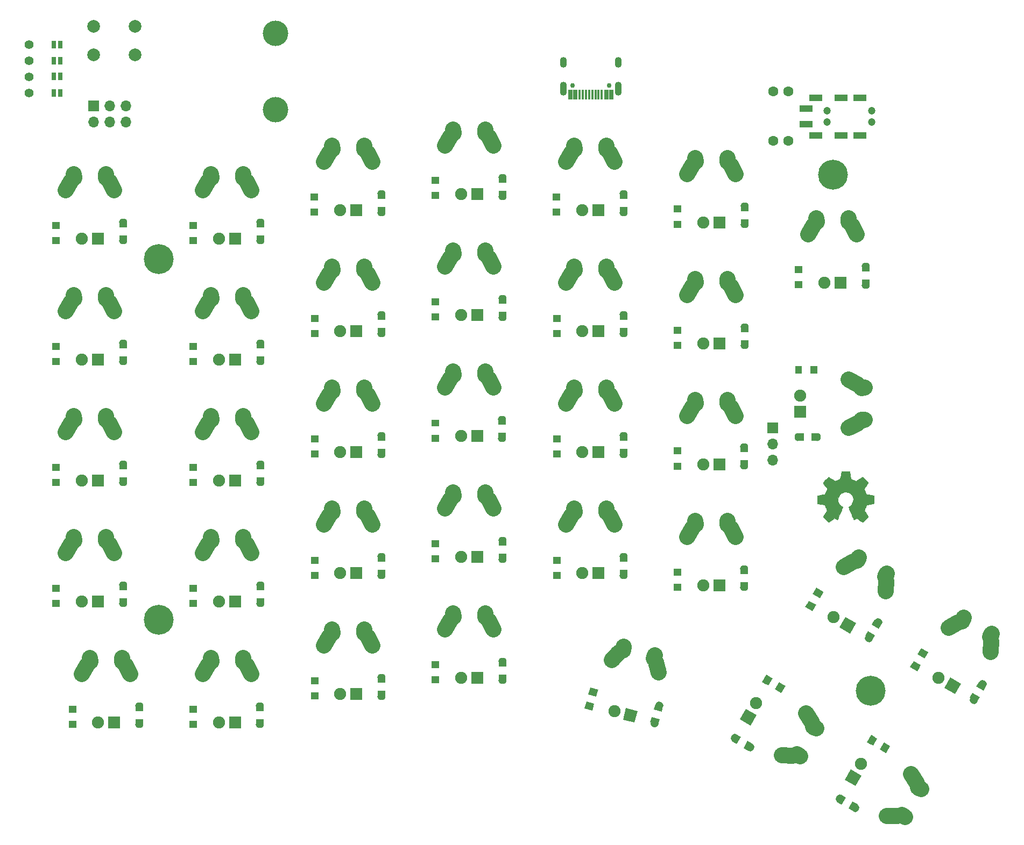
<source format=gts>
G04 #@! TF.GenerationSoftware,KiCad,Pcbnew,(5.1.5)-3*
G04 #@! TF.CreationDate,2020-05-15T01:17:07+04:00*
G04 #@! TF.ProjectId,redox_rev2_ng-THT,7265646f-785f-4726-9576-325f6e672d54,2.0 NG*
G04 #@! TF.SameCoordinates,Original*
G04 #@! TF.FileFunction,Soldermask,Top*
G04 #@! TF.FilePolarity,Negative*
%FSLAX46Y46*%
G04 Gerber Fmt 4.6, Leading zero omitted, Abs format (unit mm)*
G04 Created by KiCad (PCBNEW (5.1.5)-3) date 2020-05-15 01:17:07*
%MOMM*%
%LPD*%
G04 APERTURE LIST*
%ADD10C,0.010000*%
%ADD11C,2.000000*%
%ADD12C,1.905000*%
%ADD13C,0.100000*%
%ADD14C,2.500000*%
%ADD15R,1.905000X1.905000*%
%ADD16C,1.397000*%
%ADD17C,0.750000*%
%ADD18O,1.100000X2.200000*%
%ADD19O,1.100000X1.700000*%
%ADD20R,0.700000X1.550000*%
%ADD21R,0.400000X1.550000*%
%ADD22O,1.300000X1.100000*%
%ADD23R,1.300000X0.900000*%
%ADD24C,1.100000*%
%ADD25O,1.100000X1.300000*%
%ADD26R,0.900000X1.300000*%
%ADD27R,1.300000X0.700000*%
%ADD28R,1.300000X1.100000*%
%ADD29R,0.700000X1.300000*%
%ADD30R,1.100000X1.300000*%
%ADD31R,0.635000X1.143000*%
%ADD32C,1.600000*%
%ADD33O,1.700000X1.700000*%
%ADD34R,1.700000X1.700000*%
%ADD35C,4.000000*%
%ADD36C,4.700400*%
%ADD37C,1.200000*%
%ADD38R,2.100000X1.000000*%
G04 APERTURE END LIST*
D10*
G36*
X211046536Y-109050427D02*
G01*
X211159118Y-109647618D01*
X211574531Y-109818865D01*
X211989945Y-109990112D01*
X212488302Y-109651233D01*
X212627869Y-109556877D01*
X212754029Y-109472630D01*
X212860896Y-109402338D01*
X212942583Y-109349847D01*
X212993202Y-109319004D01*
X213006987Y-109312353D01*
X213031821Y-109329458D01*
X213084889Y-109376744D01*
X213160241Y-109448172D01*
X213251930Y-109537700D01*
X213354008Y-109639289D01*
X213460527Y-109746898D01*
X213565537Y-109854487D01*
X213663092Y-109956015D01*
X213747243Y-110045441D01*
X213812041Y-110116726D01*
X213851538Y-110163828D01*
X213860981Y-110179592D01*
X213847392Y-110208653D01*
X213809294Y-110272321D01*
X213750694Y-110364367D01*
X213675598Y-110478564D01*
X213588009Y-110608684D01*
X213537255Y-110682901D01*
X213444746Y-110818422D01*
X213362541Y-110940716D01*
X213294631Y-111043695D01*
X213245001Y-111121273D01*
X213217641Y-111167361D01*
X213213530Y-111177047D01*
X213222850Y-111204574D01*
X213248255Y-111268728D01*
X213285912Y-111360490D01*
X213331987Y-111470839D01*
X213382647Y-111590755D01*
X213434060Y-111711219D01*
X213482390Y-111823209D01*
X213523807Y-111917707D01*
X213554475Y-111985692D01*
X213570562Y-112018143D01*
X213571512Y-112019420D01*
X213596773Y-112025617D01*
X213664046Y-112039440D01*
X213766361Y-112059532D01*
X213896742Y-112084534D01*
X214048217Y-112113086D01*
X214136594Y-112129551D01*
X214298453Y-112160369D01*
X214444650Y-112189694D01*
X214567788Y-112215921D01*
X214660470Y-112237446D01*
X214715302Y-112252665D01*
X214726324Y-112257493D01*
X214737119Y-112290174D01*
X214745830Y-112363985D01*
X214752461Y-112470292D01*
X214757019Y-112600467D01*
X214759510Y-112745876D01*
X214759939Y-112897890D01*
X214758312Y-113047877D01*
X214754636Y-113187206D01*
X214748916Y-113307245D01*
X214741158Y-113399365D01*
X214731369Y-113454932D01*
X214725497Y-113466500D01*
X214690400Y-113480365D01*
X214616029Y-113500188D01*
X214512224Y-113523639D01*
X214388820Y-113548391D01*
X214345742Y-113556398D01*
X214138048Y-113594441D01*
X213973985Y-113625079D01*
X213848131Y-113649529D01*
X213755066Y-113669009D01*
X213689368Y-113684736D01*
X213645618Y-113697928D01*
X213618393Y-113709804D01*
X213602273Y-113721580D01*
X213600018Y-113723908D01*
X213577504Y-113761400D01*
X213543159Y-113834365D01*
X213500412Y-113933867D01*
X213452693Y-114050973D01*
X213403431Y-114176748D01*
X213356056Y-114302257D01*
X213313996Y-114418565D01*
X213280681Y-114516739D01*
X213259542Y-114587843D01*
X213254006Y-114622942D01*
X213254467Y-114624172D01*
X213273224Y-114652861D01*
X213315777Y-114715985D01*
X213377654Y-114806973D01*
X213454383Y-114919255D01*
X213541492Y-115046260D01*
X213566299Y-115082353D01*
X213654753Y-115213203D01*
X213732589Y-115332591D01*
X213795567Y-115433662D01*
X213839446Y-115509559D01*
X213859986Y-115553427D01*
X213860981Y-115558817D01*
X213843723Y-115587144D01*
X213796036Y-115643261D01*
X213724051Y-115721137D01*
X213633898Y-115814740D01*
X213531706Y-115918041D01*
X213423606Y-116025006D01*
X213315729Y-116129606D01*
X213214205Y-116225809D01*
X213125163Y-116307584D01*
X213054734Y-116368900D01*
X213009048Y-116403726D01*
X212996410Y-116409412D01*
X212966992Y-116396020D01*
X212906762Y-116359899D01*
X212825530Y-116307136D01*
X212763031Y-116264667D01*
X212649786Y-116186740D01*
X212515675Y-116094984D01*
X212381156Y-116003375D01*
X212308834Y-115954346D01*
X212064039Y-115788770D01*
X211858551Y-115899875D01*
X211764937Y-115948548D01*
X211685331Y-115986381D01*
X211631468Y-116007958D01*
X211617758Y-116010961D01*
X211601271Y-115988793D01*
X211568746Y-115926149D01*
X211522609Y-115828809D01*
X211465291Y-115702549D01*
X211399217Y-115553150D01*
X211326816Y-115386388D01*
X211250517Y-115208042D01*
X211172747Y-115023891D01*
X211095935Y-114839712D01*
X211022507Y-114661285D01*
X210954893Y-114494387D01*
X210895521Y-114344797D01*
X210846817Y-114218293D01*
X210811211Y-114120654D01*
X210791131Y-114057657D01*
X210787901Y-114036021D01*
X210813497Y-114008424D01*
X210869539Y-113963625D01*
X210944312Y-113910934D01*
X210950588Y-113906765D01*
X211143846Y-113752069D01*
X211299675Y-113571591D01*
X211416725Y-113371102D01*
X211493646Y-113156374D01*
X211529087Y-112933177D01*
X211521698Y-112707281D01*
X211470128Y-112484459D01*
X211373027Y-112270479D01*
X211344459Y-112223664D01*
X211195869Y-112034618D01*
X211020328Y-111882812D01*
X210823911Y-111769034D01*
X210612694Y-111694075D01*
X210392754Y-111658722D01*
X210170164Y-111663767D01*
X209951002Y-111709999D01*
X209741343Y-111798206D01*
X209547262Y-111929179D01*
X209487227Y-111982337D01*
X209334436Y-112148739D01*
X209223098Y-112323912D01*
X209146724Y-112520266D01*
X209104188Y-112714717D01*
X209093687Y-112933342D01*
X209128701Y-113153052D01*
X209205674Y-113366420D01*
X209321048Y-113566022D01*
X209471266Y-113744429D01*
X209652774Y-113894217D01*
X209676628Y-113910006D01*
X209752202Y-113961712D01*
X209809652Y-114006512D01*
X209837118Y-114035117D01*
X209837518Y-114036021D01*
X209831621Y-114066964D01*
X209808246Y-114137191D01*
X209769822Y-114240925D01*
X209718778Y-114372390D01*
X209657543Y-114525807D01*
X209588545Y-114695401D01*
X209514214Y-114875393D01*
X209436979Y-115060008D01*
X209359269Y-115243468D01*
X209283512Y-115419996D01*
X209212138Y-115583814D01*
X209147575Y-115729147D01*
X209092253Y-115850217D01*
X209048601Y-115941247D01*
X209019047Y-115996460D01*
X209007145Y-116010961D01*
X208970778Y-115999669D01*
X208902731Y-115969385D01*
X208814737Y-115925520D01*
X208766351Y-115899875D01*
X208560864Y-115788770D01*
X208316069Y-115954346D01*
X208191107Y-116039170D01*
X208054296Y-116132516D01*
X207926089Y-116220408D01*
X207861872Y-116264667D01*
X207771552Y-116325318D01*
X207695072Y-116373381D01*
X207642408Y-116402770D01*
X207625303Y-116408982D01*
X207600406Y-116392223D01*
X207545306Y-116345436D01*
X207465344Y-116273480D01*
X207365861Y-116181212D01*
X207252201Y-116073490D01*
X207180316Y-116004326D01*
X207054552Y-115880757D01*
X206945864Y-115770234D01*
X206858646Y-115677485D01*
X206797290Y-115607237D01*
X206766192Y-115564220D01*
X206763209Y-115555490D01*
X206777054Y-115522284D01*
X206815313Y-115455142D01*
X206873742Y-115360863D01*
X206948098Y-115246245D01*
X207034136Y-115118083D01*
X207058603Y-115082353D01*
X207147755Y-114952489D01*
X207227739Y-114835569D01*
X207294081Y-114738162D01*
X207342312Y-114666839D01*
X207367958Y-114628170D01*
X207370436Y-114624172D01*
X207366730Y-114593355D01*
X207347062Y-114525599D01*
X207314861Y-114429839D01*
X207273556Y-114315009D01*
X207226576Y-114190044D01*
X207177350Y-114063879D01*
X207129309Y-113945448D01*
X207085882Y-113843685D01*
X207050497Y-113767526D01*
X207026585Y-113725904D01*
X207024885Y-113723908D01*
X207010263Y-113712013D01*
X206985566Y-113700250D01*
X206945373Y-113687401D01*
X206884264Y-113672249D01*
X206796818Y-113653576D01*
X206677613Y-113630165D01*
X206521228Y-113600797D01*
X206322244Y-113564255D01*
X206279161Y-113556398D01*
X206151471Y-113531727D01*
X206040154Y-113507593D01*
X205955046Y-113486324D01*
X205905984Y-113470248D01*
X205899406Y-113466500D01*
X205888565Y-113433273D01*
X205879754Y-113359021D01*
X205872977Y-113252376D01*
X205868241Y-113121967D01*
X205865551Y-112976427D01*
X205864914Y-112824386D01*
X205866335Y-112674476D01*
X205869821Y-112535328D01*
X205875377Y-112415572D01*
X205883009Y-112323841D01*
X205892723Y-112268766D01*
X205898579Y-112257493D01*
X205931181Y-112246123D01*
X206005419Y-112227624D01*
X206113897Y-112203602D01*
X206249218Y-112175662D01*
X206403986Y-112145408D01*
X206488308Y-112129551D01*
X206648297Y-112099644D01*
X206790968Y-112072550D01*
X206909349Y-112049631D01*
X206996466Y-112032243D01*
X207045346Y-112021747D01*
X207053391Y-112019420D01*
X207066988Y-111993186D01*
X207095730Y-111929995D01*
X207135786Y-111838877D01*
X207183325Y-111728857D01*
X207234516Y-111608965D01*
X207285527Y-111488227D01*
X207332527Y-111375671D01*
X207371685Y-111280326D01*
X207399170Y-111211217D01*
X207411150Y-111177374D01*
X207411373Y-111175895D01*
X207397792Y-111149197D01*
X207359716Y-111087760D01*
X207301148Y-110997689D01*
X207226089Y-110885090D01*
X207138541Y-110756070D01*
X207087648Y-110681961D01*
X206994910Y-110546077D01*
X206912542Y-110422709D01*
X206844562Y-110318097D01*
X206794989Y-110238483D01*
X206767843Y-110190107D01*
X206763922Y-110179262D01*
X206780776Y-110154020D01*
X206827369Y-110100124D01*
X206897749Y-110023613D01*
X206985966Y-109930523D01*
X207086066Y-109826895D01*
X207192099Y-109718764D01*
X207298112Y-109612170D01*
X207398153Y-109513150D01*
X207486271Y-109427742D01*
X207556514Y-109361985D01*
X207602929Y-109321916D01*
X207618457Y-109312353D01*
X207643740Y-109325800D01*
X207704212Y-109363575D01*
X207793993Y-109421835D01*
X207907204Y-109496734D01*
X208037964Y-109584425D01*
X208136600Y-109651233D01*
X208634958Y-109990112D01*
X209050371Y-109818865D01*
X209465785Y-109647618D01*
X209578367Y-109050427D01*
X209690950Y-108453235D01*
X210933953Y-108453235D01*
X211046536Y-109050427D01*
G37*
X211046536Y-109050427D02*
X211159118Y-109647618D01*
X211574531Y-109818865D01*
X211989945Y-109990112D01*
X212488302Y-109651233D01*
X212627869Y-109556877D01*
X212754029Y-109472630D01*
X212860896Y-109402338D01*
X212942583Y-109349847D01*
X212993202Y-109319004D01*
X213006987Y-109312353D01*
X213031821Y-109329458D01*
X213084889Y-109376744D01*
X213160241Y-109448172D01*
X213251930Y-109537700D01*
X213354008Y-109639289D01*
X213460527Y-109746898D01*
X213565537Y-109854487D01*
X213663092Y-109956015D01*
X213747243Y-110045441D01*
X213812041Y-110116726D01*
X213851538Y-110163828D01*
X213860981Y-110179592D01*
X213847392Y-110208653D01*
X213809294Y-110272321D01*
X213750694Y-110364367D01*
X213675598Y-110478564D01*
X213588009Y-110608684D01*
X213537255Y-110682901D01*
X213444746Y-110818422D01*
X213362541Y-110940716D01*
X213294631Y-111043695D01*
X213245001Y-111121273D01*
X213217641Y-111167361D01*
X213213530Y-111177047D01*
X213222850Y-111204574D01*
X213248255Y-111268728D01*
X213285912Y-111360490D01*
X213331987Y-111470839D01*
X213382647Y-111590755D01*
X213434060Y-111711219D01*
X213482390Y-111823209D01*
X213523807Y-111917707D01*
X213554475Y-111985692D01*
X213570562Y-112018143D01*
X213571512Y-112019420D01*
X213596773Y-112025617D01*
X213664046Y-112039440D01*
X213766361Y-112059532D01*
X213896742Y-112084534D01*
X214048217Y-112113086D01*
X214136594Y-112129551D01*
X214298453Y-112160369D01*
X214444650Y-112189694D01*
X214567788Y-112215921D01*
X214660470Y-112237446D01*
X214715302Y-112252665D01*
X214726324Y-112257493D01*
X214737119Y-112290174D01*
X214745830Y-112363985D01*
X214752461Y-112470292D01*
X214757019Y-112600467D01*
X214759510Y-112745876D01*
X214759939Y-112897890D01*
X214758312Y-113047877D01*
X214754636Y-113187206D01*
X214748916Y-113307245D01*
X214741158Y-113399365D01*
X214731369Y-113454932D01*
X214725497Y-113466500D01*
X214690400Y-113480365D01*
X214616029Y-113500188D01*
X214512224Y-113523639D01*
X214388820Y-113548391D01*
X214345742Y-113556398D01*
X214138048Y-113594441D01*
X213973985Y-113625079D01*
X213848131Y-113649529D01*
X213755066Y-113669009D01*
X213689368Y-113684736D01*
X213645618Y-113697928D01*
X213618393Y-113709804D01*
X213602273Y-113721580D01*
X213600018Y-113723908D01*
X213577504Y-113761400D01*
X213543159Y-113834365D01*
X213500412Y-113933867D01*
X213452693Y-114050973D01*
X213403431Y-114176748D01*
X213356056Y-114302257D01*
X213313996Y-114418565D01*
X213280681Y-114516739D01*
X213259542Y-114587843D01*
X213254006Y-114622942D01*
X213254467Y-114624172D01*
X213273224Y-114652861D01*
X213315777Y-114715985D01*
X213377654Y-114806973D01*
X213454383Y-114919255D01*
X213541492Y-115046260D01*
X213566299Y-115082353D01*
X213654753Y-115213203D01*
X213732589Y-115332591D01*
X213795567Y-115433662D01*
X213839446Y-115509559D01*
X213859986Y-115553427D01*
X213860981Y-115558817D01*
X213843723Y-115587144D01*
X213796036Y-115643261D01*
X213724051Y-115721137D01*
X213633898Y-115814740D01*
X213531706Y-115918041D01*
X213423606Y-116025006D01*
X213315729Y-116129606D01*
X213214205Y-116225809D01*
X213125163Y-116307584D01*
X213054734Y-116368900D01*
X213009048Y-116403726D01*
X212996410Y-116409412D01*
X212966992Y-116396020D01*
X212906762Y-116359899D01*
X212825530Y-116307136D01*
X212763031Y-116264667D01*
X212649786Y-116186740D01*
X212515675Y-116094984D01*
X212381156Y-116003375D01*
X212308834Y-115954346D01*
X212064039Y-115788770D01*
X211858551Y-115899875D01*
X211764937Y-115948548D01*
X211685331Y-115986381D01*
X211631468Y-116007958D01*
X211617758Y-116010961D01*
X211601271Y-115988793D01*
X211568746Y-115926149D01*
X211522609Y-115828809D01*
X211465291Y-115702549D01*
X211399217Y-115553150D01*
X211326816Y-115386388D01*
X211250517Y-115208042D01*
X211172747Y-115023891D01*
X211095935Y-114839712D01*
X211022507Y-114661285D01*
X210954893Y-114494387D01*
X210895521Y-114344797D01*
X210846817Y-114218293D01*
X210811211Y-114120654D01*
X210791131Y-114057657D01*
X210787901Y-114036021D01*
X210813497Y-114008424D01*
X210869539Y-113963625D01*
X210944312Y-113910934D01*
X210950588Y-113906765D01*
X211143846Y-113752069D01*
X211299675Y-113571591D01*
X211416725Y-113371102D01*
X211493646Y-113156374D01*
X211529087Y-112933177D01*
X211521698Y-112707281D01*
X211470128Y-112484459D01*
X211373027Y-112270479D01*
X211344459Y-112223664D01*
X211195869Y-112034618D01*
X211020328Y-111882812D01*
X210823911Y-111769034D01*
X210612694Y-111694075D01*
X210392754Y-111658722D01*
X210170164Y-111663767D01*
X209951002Y-111709999D01*
X209741343Y-111798206D01*
X209547262Y-111929179D01*
X209487227Y-111982337D01*
X209334436Y-112148739D01*
X209223098Y-112323912D01*
X209146724Y-112520266D01*
X209104188Y-112714717D01*
X209093687Y-112933342D01*
X209128701Y-113153052D01*
X209205674Y-113366420D01*
X209321048Y-113566022D01*
X209471266Y-113744429D01*
X209652774Y-113894217D01*
X209676628Y-113910006D01*
X209752202Y-113961712D01*
X209809652Y-114006512D01*
X209837118Y-114035117D01*
X209837518Y-114036021D01*
X209831621Y-114066964D01*
X209808246Y-114137191D01*
X209769822Y-114240925D01*
X209718778Y-114372390D01*
X209657543Y-114525807D01*
X209588545Y-114695401D01*
X209514214Y-114875393D01*
X209436979Y-115060008D01*
X209359269Y-115243468D01*
X209283512Y-115419996D01*
X209212138Y-115583814D01*
X209147575Y-115729147D01*
X209092253Y-115850217D01*
X209048601Y-115941247D01*
X209019047Y-115996460D01*
X209007145Y-116010961D01*
X208970778Y-115999669D01*
X208902731Y-115969385D01*
X208814737Y-115925520D01*
X208766351Y-115899875D01*
X208560864Y-115788770D01*
X208316069Y-115954346D01*
X208191107Y-116039170D01*
X208054296Y-116132516D01*
X207926089Y-116220408D01*
X207861872Y-116264667D01*
X207771552Y-116325318D01*
X207695072Y-116373381D01*
X207642408Y-116402770D01*
X207625303Y-116408982D01*
X207600406Y-116392223D01*
X207545306Y-116345436D01*
X207465344Y-116273480D01*
X207365861Y-116181212D01*
X207252201Y-116073490D01*
X207180316Y-116004326D01*
X207054552Y-115880757D01*
X206945864Y-115770234D01*
X206858646Y-115677485D01*
X206797290Y-115607237D01*
X206766192Y-115564220D01*
X206763209Y-115555490D01*
X206777054Y-115522284D01*
X206815313Y-115455142D01*
X206873742Y-115360863D01*
X206948098Y-115246245D01*
X207034136Y-115118083D01*
X207058603Y-115082353D01*
X207147755Y-114952489D01*
X207227739Y-114835569D01*
X207294081Y-114738162D01*
X207342312Y-114666839D01*
X207367958Y-114628170D01*
X207370436Y-114624172D01*
X207366730Y-114593355D01*
X207347062Y-114525599D01*
X207314861Y-114429839D01*
X207273556Y-114315009D01*
X207226576Y-114190044D01*
X207177350Y-114063879D01*
X207129309Y-113945448D01*
X207085882Y-113843685D01*
X207050497Y-113767526D01*
X207026585Y-113725904D01*
X207024885Y-113723908D01*
X207010263Y-113712013D01*
X206985566Y-113700250D01*
X206945373Y-113687401D01*
X206884264Y-113672249D01*
X206796818Y-113653576D01*
X206677613Y-113630165D01*
X206521228Y-113600797D01*
X206322244Y-113564255D01*
X206279161Y-113556398D01*
X206151471Y-113531727D01*
X206040154Y-113507593D01*
X205955046Y-113486324D01*
X205905984Y-113470248D01*
X205899406Y-113466500D01*
X205888565Y-113433273D01*
X205879754Y-113359021D01*
X205872977Y-113252376D01*
X205868241Y-113121967D01*
X205865551Y-112976427D01*
X205864914Y-112824386D01*
X205866335Y-112674476D01*
X205869821Y-112535328D01*
X205875377Y-112415572D01*
X205883009Y-112323841D01*
X205892723Y-112268766D01*
X205898579Y-112257493D01*
X205931181Y-112246123D01*
X206005419Y-112227624D01*
X206113897Y-112203602D01*
X206249218Y-112175662D01*
X206403986Y-112145408D01*
X206488308Y-112129551D01*
X206648297Y-112099644D01*
X206790968Y-112072550D01*
X206909349Y-112049631D01*
X206996466Y-112032243D01*
X207045346Y-112021747D01*
X207053391Y-112019420D01*
X207066988Y-111993186D01*
X207095730Y-111929995D01*
X207135786Y-111838877D01*
X207183325Y-111728857D01*
X207234516Y-111608965D01*
X207285527Y-111488227D01*
X207332527Y-111375671D01*
X207371685Y-111280326D01*
X207399170Y-111211217D01*
X207411150Y-111177374D01*
X207411373Y-111175895D01*
X207397792Y-111149197D01*
X207359716Y-111087760D01*
X207301148Y-110997689D01*
X207226089Y-110885090D01*
X207138541Y-110756070D01*
X207087648Y-110681961D01*
X206994910Y-110546077D01*
X206912542Y-110422709D01*
X206844562Y-110318097D01*
X206794989Y-110238483D01*
X206767843Y-110190107D01*
X206763922Y-110179262D01*
X206780776Y-110154020D01*
X206827369Y-110100124D01*
X206897749Y-110023613D01*
X206985966Y-109930523D01*
X207086066Y-109826895D01*
X207192099Y-109718764D01*
X207298112Y-109612170D01*
X207398153Y-109513150D01*
X207486271Y-109427742D01*
X207556514Y-109361985D01*
X207602929Y-109321916D01*
X207618457Y-109312353D01*
X207643740Y-109325800D01*
X207704212Y-109363575D01*
X207793993Y-109421835D01*
X207907204Y-109496734D01*
X208037964Y-109584425D01*
X208136600Y-109651233D01*
X208634958Y-109990112D01*
X209050371Y-109818865D01*
X209465785Y-109647618D01*
X209578367Y-109050427D01*
X209690950Y-108453235D01*
X210933953Y-108453235D01*
X211046536Y-109050427D01*
D11*
X92000000Y-38300000D03*
X92000000Y-42800000D03*
X98500000Y-38300000D03*
X98500000Y-42800000D03*
D12*
X196260591Y-144950148D03*
D13*
G36*
X194641952Y-145848713D02*
G01*
X196291730Y-146801213D01*
X195339230Y-148450991D01*
X193689452Y-147498491D01*
X194641952Y-145848713D01*
G37*
D14*
X205693690Y-148930198D02*
X205172834Y-148675034D01*
X201989288Y-153187660D02*
X200319518Y-153159972D01*
X204988835Y-147992294D02*
X204129971Y-146560074D01*
X203153966Y-153329130D02*
X202672558Y-153005638D01*
D12*
X203200000Y-96520000D03*
D15*
X203200000Y-99060000D03*
D14*
X213359328Y-95250276D02*
X212780672Y-95289724D01*
X212279954Y-100789547D02*
X210820046Y-101600453D01*
X212279954Y-94790453D02*
X210820046Y-93979547D01*
X213359328Y-100329724D02*
X212780672Y-100290276D01*
D12*
X212770591Y-154475148D03*
D13*
G36*
X211151952Y-155373713D02*
G01*
X212801730Y-156326213D01*
X211849230Y-157975991D01*
X210199452Y-157023491D01*
X211151952Y-155373713D01*
G37*
D14*
X222203690Y-158455198D02*
X221682834Y-158200034D01*
X218499288Y-162712660D02*
X216829518Y-162684972D01*
X221498835Y-157517294D02*
X220639971Y-156085074D01*
X219663966Y-162854130D02*
X219182558Y-162530638D01*
D15*
X92710000Y-71755000D03*
D12*
X90170000Y-71755000D03*
D14*
X93979724Y-61595672D02*
X93940276Y-62174328D01*
X88440453Y-62675046D02*
X87629547Y-64134954D01*
X94439547Y-62675046D02*
X95250453Y-64134954D01*
X88900276Y-61595672D02*
X88939724Y-62174328D01*
D15*
X92710000Y-90805000D03*
D12*
X90170000Y-90805000D03*
D14*
X93979724Y-80645672D02*
X93940276Y-81224328D01*
X88440453Y-81725046D02*
X87629547Y-83184954D01*
X94439547Y-81725046D02*
X95250453Y-83184954D01*
X88900276Y-80645672D02*
X88939724Y-81224328D01*
D15*
X92710000Y-109855000D03*
D12*
X90170000Y-109855000D03*
D14*
X93979724Y-99695672D02*
X93940276Y-100274328D01*
X88440453Y-100775046D02*
X87629547Y-102234954D01*
X94439547Y-100775046D02*
X95250453Y-102234954D01*
X88900276Y-99695672D02*
X88939724Y-100274328D01*
D15*
X92710000Y-128905000D03*
D12*
X90170000Y-128905000D03*
D14*
X93979724Y-118745672D02*
X93940276Y-119324328D01*
X88440453Y-119825046D02*
X87629547Y-121284954D01*
X94439547Y-119825046D02*
X95250453Y-121284954D01*
X88900276Y-118745672D02*
X88939724Y-119324328D01*
D13*
G36*
X175275356Y-147514122D02*
G01*
X175768406Y-145674034D01*
X177608494Y-146167084D01*
X177115444Y-148007172D01*
X175275356Y-147514122D01*
G37*
D12*
X173988473Y-146183203D03*
D14*
X180297812Y-137356074D02*
X180109940Y-137904804D01*
X174667925Y-136965002D02*
X173506797Y-138165286D01*
X180462604Y-138517681D02*
X180868028Y-140137721D01*
X175391441Y-136041416D02*
X175279779Y-136610566D01*
D16*
X81800000Y-41200000D03*
X81800000Y-43740000D03*
X81800000Y-46280000D03*
X81800000Y-48820000D03*
D17*
X173090000Y-47650000D03*
D18*
X165880000Y-48180000D03*
X174520000Y-48180000D03*
D19*
X165880000Y-44000000D03*
X174520000Y-44000000D03*
D17*
X167310000Y-47650000D03*
D20*
X173425000Y-49100000D03*
X172650000Y-49100000D03*
D21*
X171950000Y-49100000D03*
X171450000Y-49100000D03*
X170950000Y-49100000D03*
X170450000Y-49100000D03*
X169950000Y-49100000D03*
X169450000Y-49100000D03*
X168950000Y-49100000D03*
X168450000Y-49100000D03*
D20*
X167750000Y-49100000D03*
X166975000Y-49100000D03*
D15*
X133350000Y-67310000D03*
D12*
X130810000Y-67310000D03*
D14*
X134619724Y-57150672D02*
X134580276Y-57729328D01*
X129080453Y-58230046D02*
X128269547Y-59689954D01*
X135079547Y-58230046D02*
X135890453Y-59689954D01*
X129540276Y-57150672D02*
X129579724Y-57729328D01*
D15*
X190500000Y-69215000D03*
D12*
X187960000Y-69215000D03*
D14*
X191769724Y-59055672D02*
X191730276Y-59634328D01*
X186230453Y-60135046D02*
X185419547Y-61594954D01*
X192229547Y-60135046D02*
X193040453Y-61594954D01*
X186690276Y-59055672D02*
X186729724Y-59634328D01*
D15*
X114300000Y-71755000D03*
D12*
X111760000Y-71755000D03*
D14*
X115569724Y-61595672D02*
X115530276Y-62174328D01*
X110030453Y-62675046D02*
X109219547Y-64134954D01*
X116029547Y-62675046D02*
X116840453Y-64134954D01*
X110490276Y-61595672D02*
X110529724Y-62174328D01*
D15*
X95250000Y-147955000D03*
D12*
X92710000Y-147955000D03*
D14*
X96519724Y-137795672D02*
X96480276Y-138374328D01*
X90980453Y-138875046D02*
X90169547Y-140334954D01*
X96979547Y-138875046D02*
X97790453Y-140334954D01*
X91440276Y-137795672D02*
X91479724Y-138374328D01*
D15*
X114300000Y-90805000D03*
D12*
X111760000Y-90805000D03*
D14*
X115569724Y-80645672D02*
X115530276Y-81224328D01*
X110030453Y-81725046D02*
X109219547Y-83184954D01*
X116029547Y-81725046D02*
X116840453Y-83184954D01*
X110490276Y-80645672D02*
X110529724Y-81224328D01*
D15*
X114300000Y-109855000D03*
D12*
X111760000Y-109855000D03*
D14*
X115569724Y-99695672D02*
X115530276Y-100274328D01*
X110030453Y-100775046D02*
X109219547Y-102234954D01*
X116029547Y-100775046D02*
X116840453Y-102234954D01*
X110490276Y-99695672D02*
X110529724Y-100274328D01*
D15*
X114300000Y-128905000D03*
D12*
X111760000Y-128905000D03*
D14*
X115569724Y-118745672D02*
X115530276Y-119324328D01*
X110030453Y-119825046D02*
X109219547Y-121284954D01*
X116029547Y-119825046D02*
X116840453Y-121284954D01*
X110490276Y-118745672D02*
X110529724Y-119324328D01*
D15*
X114300000Y-147955000D03*
D12*
X111760000Y-147955000D03*
D14*
X115569724Y-137795672D02*
X115530276Y-138374328D01*
X110030453Y-138875046D02*
X109219547Y-140334954D01*
X116029547Y-138875046D02*
X116840453Y-140334954D01*
X110490276Y-137795672D02*
X110529724Y-138374328D01*
D15*
X133350000Y-86360000D03*
D12*
X130810000Y-86360000D03*
D14*
X134619724Y-76200672D02*
X134580276Y-76779328D01*
X129080453Y-77280046D02*
X128269547Y-78739954D01*
X135079547Y-77280046D02*
X135890453Y-78739954D01*
X129540276Y-76200672D02*
X129579724Y-76779328D01*
D15*
X133350000Y-105410000D03*
D12*
X130810000Y-105410000D03*
D14*
X134619724Y-95250672D02*
X134580276Y-95829328D01*
X129080453Y-96330046D02*
X128269547Y-97789954D01*
X135079547Y-96330046D02*
X135890453Y-97789954D01*
X129540276Y-95250672D02*
X129579724Y-95829328D01*
D15*
X133350000Y-124460000D03*
D12*
X130810000Y-124460000D03*
D14*
X134619724Y-114300672D02*
X134580276Y-114879328D01*
X129080453Y-115380046D02*
X128269547Y-116839954D01*
X135079547Y-115380046D02*
X135890453Y-116839954D01*
X129540276Y-114300672D02*
X129579724Y-114879328D01*
D15*
X133350000Y-143510000D03*
D12*
X130810000Y-143510000D03*
D14*
X134619724Y-133350672D02*
X134580276Y-133929328D01*
X129080453Y-134430046D02*
X128269547Y-135889954D01*
X135079547Y-134430046D02*
X135890453Y-135889954D01*
X129540276Y-133350672D02*
X129579724Y-133929328D01*
D15*
X152400000Y-64770000D03*
D12*
X149860000Y-64770000D03*
D14*
X153669724Y-54610672D02*
X153630276Y-55189328D01*
X148130453Y-55690046D02*
X147319547Y-57149954D01*
X154129547Y-55690046D02*
X154940453Y-57149954D01*
X148590276Y-54610672D02*
X148629724Y-55189328D01*
D15*
X152400000Y-83820000D03*
D12*
X149860000Y-83820000D03*
D14*
X153669724Y-73660672D02*
X153630276Y-74239328D01*
X148130453Y-74740046D02*
X147319547Y-76199954D01*
X154129547Y-74740046D02*
X154940453Y-76199954D01*
X148590276Y-73660672D02*
X148629724Y-74239328D01*
D15*
X152400000Y-102870000D03*
D12*
X149860000Y-102870000D03*
D14*
X153669724Y-92710672D02*
X153630276Y-93289328D01*
X148130453Y-93790046D02*
X147319547Y-95249954D01*
X154129547Y-93790046D02*
X154940453Y-95249954D01*
X148590276Y-92710672D02*
X148629724Y-93289328D01*
D15*
X152400000Y-121920000D03*
D12*
X149860000Y-121920000D03*
D14*
X153669724Y-111760672D02*
X153630276Y-112339328D01*
X148130453Y-112840046D02*
X147319547Y-114299954D01*
X154129547Y-112840046D02*
X154940453Y-114299954D01*
X148590276Y-111760672D02*
X148629724Y-112339328D01*
D15*
X152400000Y-140970000D03*
D12*
X149860000Y-140970000D03*
D14*
X153669724Y-130810672D02*
X153630276Y-131389328D01*
X148130453Y-131890046D02*
X147319547Y-133349954D01*
X154129547Y-131890046D02*
X154940453Y-133349954D01*
X148590276Y-130810672D02*
X148629724Y-131389328D01*
D15*
X171450000Y-67310000D03*
D12*
X168910000Y-67310000D03*
D14*
X172719724Y-57150672D02*
X172680276Y-57729328D01*
X167180453Y-58230046D02*
X166369547Y-59689954D01*
X173179547Y-58230046D02*
X173990453Y-59689954D01*
X167640276Y-57150672D02*
X167679724Y-57729328D01*
D15*
X171450000Y-86360000D03*
D12*
X168910000Y-86360000D03*
D14*
X172719724Y-76200672D02*
X172680276Y-76779328D01*
X167180453Y-77280046D02*
X166369547Y-78739954D01*
X173179547Y-77280046D02*
X173990453Y-78739954D01*
X167640276Y-76200672D02*
X167679724Y-76779328D01*
D15*
X171450000Y-105410000D03*
D12*
X168910000Y-105410000D03*
D14*
X172719724Y-95250672D02*
X172680276Y-95829328D01*
X167180453Y-96330046D02*
X166369547Y-97789954D01*
X173179547Y-96330046D02*
X173990453Y-97789954D01*
X167640276Y-95250672D02*
X167679724Y-95829328D01*
D15*
X171450000Y-124460000D03*
D12*
X168910000Y-124460000D03*
D14*
X172719724Y-114300672D02*
X172680276Y-114879328D01*
X167180453Y-115380046D02*
X166369547Y-116839954D01*
X173179547Y-115380046D02*
X173990453Y-116839954D01*
X167640276Y-114300672D02*
X167679724Y-114879328D01*
D15*
X190500000Y-88265000D03*
D12*
X187960000Y-88265000D03*
D14*
X191769724Y-78105672D02*
X191730276Y-78684328D01*
X186230453Y-79185046D02*
X185419547Y-80644954D01*
X192229547Y-79185046D02*
X193040453Y-80644954D01*
X186690276Y-78105672D02*
X186729724Y-78684328D01*
D15*
X190500000Y-107315000D03*
D12*
X187960000Y-107315000D03*
D14*
X191769724Y-97155672D02*
X191730276Y-97734328D01*
X186230453Y-98235046D02*
X185419547Y-99694954D01*
X192229547Y-98235046D02*
X193040453Y-99694954D01*
X186690276Y-97155672D02*
X186729724Y-97734328D01*
D15*
X190500000Y-126365000D03*
D12*
X187960000Y-126365000D03*
D14*
X191769724Y-116205672D02*
X191730276Y-116784328D01*
X186230453Y-117285046D02*
X185419547Y-118744954D01*
X192229547Y-117285046D02*
X193040453Y-118744954D01*
X186690276Y-116205672D02*
X186729724Y-116784328D01*
D15*
X209550000Y-78740000D03*
D12*
X207010000Y-78740000D03*
D14*
X210819724Y-68580672D02*
X210780276Y-69159328D01*
X205280453Y-69660046D02*
X204469547Y-71119954D01*
X211279547Y-69660046D02*
X212090453Y-71119954D01*
X205740276Y-68580672D02*
X205779724Y-69159328D01*
D13*
G36*
X209348713Y-133018048D02*
G01*
X210301213Y-131368270D01*
X211950991Y-132320770D01*
X210998491Y-133970548D01*
X209348713Y-133018048D01*
G37*
D12*
X208450148Y-131399409D03*
D14*
X216829130Y-124506034D02*
X216505638Y-124987442D01*
X211492294Y-122671165D02*
X210060074Y-123530029D01*
X216687660Y-125670712D02*
X216659972Y-127340482D01*
X212430198Y-121966310D02*
X212175034Y-122487166D01*
D13*
G36*
X225858713Y-142543048D02*
G01*
X226811213Y-140893270D01*
X228460991Y-141845770D01*
X227508491Y-143495548D01*
X225858713Y-142543048D01*
G37*
D12*
X224960148Y-140924409D03*
D14*
X233339130Y-134031034D02*
X233015638Y-134512442D01*
X228002294Y-132196165D02*
X226570074Y-133055029D01*
X233197660Y-135195712D02*
X233169972Y-136865482D01*
X228940198Y-131491310D02*
X228685034Y-132012166D01*
D22*
X96647000Y-72112000D03*
X96647000Y-69112000D03*
D23*
X96647000Y-71662000D03*
X96647000Y-69562000D03*
D22*
X96647000Y-91162000D03*
X96647000Y-88162000D03*
D23*
X96647000Y-90712000D03*
X96647000Y-88612000D03*
D22*
X96647000Y-110212000D03*
X96647000Y-107212000D03*
D23*
X96647000Y-109762000D03*
X96647000Y-107662000D03*
D22*
X96647000Y-129262000D03*
X96647000Y-126262000D03*
D23*
X96647000Y-128812000D03*
X96647000Y-126712000D03*
D22*
X99187000Y-148312000D03*
X99187000Y-145312000D03*
D23*
X99187000Y-147862000D03*
X99187000Y-145762000D03*
D22*
X118237000Y-72112000D03*
X118237000Y-69112000D03*
D23*
X118237000Y-71662000D03*
X118237000Y-69562000D03*
D22*
X118237000Y-91162000D03*
X118237000Y-88162000D03*
D23*
X118237000Y-90712000D03*
X118237000Y-88612000D03*
D22*
X118237000Y-110212000D03*
X118237000Y-107212000D03*
D23*
X118237000Y-109762000D03*
X118237000Y-107662000D03*
D22*
X118237000Y-129262000D03*
X118237000Y-126262000D03*
D23*
X118237000Y-128812000D03*
X118237000Y-126712000D03*
D22*
X118200000Y-148312000D03*
X118200000Y-145312000D03*
D23*
X118200000Y-147862000D03*
X118200000Y-145762000D03*
D22*
X137300000Y-67667000D03*
X137300000Y-64667000D03*
D23*
X137300000Y-67217000D03*
X137300000Y-65117000D03*
D22*
X137300000Y-86717000D03*
X137300000Y-83717000D03*
D23*
X137300000Y-86267000D03*
X137300000Y-84167000D03*
D22*
X137287000Y-105767000D03*
X137287000Y-102767000D03*
D23*
X137287000Y-105317000D03*
X137287000Y-103217000D03*
D22*
X137287000Y-124817000D03*
X137287000Y-121817000D03*
D23*
X137287000Y-124367000D03*
X137287000Y-122267000D03*
D22*
X137287000Y-143867000D03*
X137287000Y-140867000D03*
D23*
X137287000Y-143417000D03*
X137287000Y-141317000D03*
D22*
X156337000Y-65127000D03*
X156337000Y-62127000D03*
D23*
X156337000Y-64677000D03*
X156337000Y-62577000D03*
D22*
X156337000Y-84177000D03*
X156337000Y-81177000D03*
D23*
X156337000Y-83727000D03*
X156337000Y-81627000D03*
D22*
X156300000Y-103227000D03*
X156300000Y-100227000D03*
D23*
X156300000Y-102777000D03*
X156300000Y-100677000D03*
D22*
X156337000Y-122277000D03*
X156337000Y-119277000D03*
D23*
X156337000Y-121827000D03*
X156337000Y-119727000D03*
D22*
X156337000Y-141327000D03*
X156337000Y-138327000D03*
D23*
X156337000Y-140877000D03*
X156337000Y-138777000D03*
D22*
X175387000Y-67667000D03*
X175387000Y-64667000D03*
D23*
X175387000Y-67217000D03*
X175387000Y-65117000D03*
D22*
X175387000Y-86717000D03*
X175387000Y-83717000D03*
D23*
X175387000Y-86267000D03*
X175387000Y-84167000D03*
D22*
X175387000Y-105767000D03*
X175387000Y-102767000D03*
D23*
X175387000Y-105317000D03*
X175387000Y-103217000D03*
D22*
X175400000Y-124817000D03*
X175400000Y-121817000D03*
D23*
X175400000Y-124367000D03*
X175400000Y-122267000D03*
D24*
X180302364Y-148159771D02*
X180109178Y-148108007D01*
X181078822Y-145261993D02*
X180885636Y-145210229D01*
D13*
G36*
X179810857Y-147096323D02*
G01*
X181066560Y-147432788D01*
X180833623Y-148302121D01*
X179577920Y-147965656D01*
X179810857Y-147096323D01*
G37*
G36*
X180354377Y-145067879D02*
G01*
X181610080Y-145404344D01*
X181377143Y-146273677D01*
X180121440Y-145937212D01*
X180354377Y-145067879D01*
G37*
D22*
X194437000Y-69572000D03*
X194437000Y-66572000D03*
D23*
X194437000Y-69122000D03*
X194437000Y-67022000D03*
D22*
X194437000Y-88622000D03*
X194437000Y-85622000D03*
D23*
X194437000Y-88172000D03*
X194437000Y-86072000D03*
D22*
X194400000Y-107545000D03*
X194400000Y-104545000D03*
D23*
X194400000Y-107095000D03*
X194400000Y-104995000D03*
D22*
X194400000Y-126722000D03*
X194400000Y-123722000D03*
D23*
X194400000Y-126272000D03*
X194400000Y-124172000D03*
D24*
X192706962Y-150466603D02*
X192806962Y-150293397D01*
X195305038Y-151966603D02*
X195405038Y-151793397D01*
D13*
G36*
X193861384Y-150267083D02*
G01*
X193211384Y-151392917D01*
X192431962Y-150942917D01*
X193081962Y-149817083D01*
X193861384Y-150267083D01*
G37*
G36*
X195680038Y-151317083D02*
G01*
X195030038Y-152442917D01*
X194250616Y-151992917D01*
X194900616Y-150867083D01*
X195680038Y-151317083D01*
G37*
D22*
X213487000Y-79097000D03*
X213487000Y-76097000D03*
D23*
X213487000Y-78647000D03*
X213487000Y-76547000D03*
D25*
X202843000Y-102997000D03*
X205843000Y-102997000D03*
D26*
X203293000Y-102997000D03*
X205393000Y-102997000D03*
D24*
X214036603Y-134749038D02*
X213863397Y-134649038D01*
X215536603Y-132150962D02*
X215363397Y-132050962D01*
D13*
G36*
X213837083Y-133594616D02*
G01*
X214962917Y-134244616D01*
X214512917Y-135024038D01*
X213387083Y-134374038D01*
X213837083Y-133594616D01*
G37*
G36*
X214887083Y-131775962D02*
G01*
X216012917Y-132425962D01*
X215562917Y-133205384D01*
X214437083Y-132555384D01*
X214887083Y-131775962D01*
G37*
D24*
X230476603Y-144478038D02*
X230303397Y-144378038D01*
X231976603Y-141879962D02*
X231803397Y-141779962D01*
D13*
G36*
X230277083Y-143323616D02*
G01*
X231402917Y-143973616D01*
X230952917Y-144753038D01*
X229827083Y-144103038D01*
X230277083Y-143323616D01*
G37*
G36*
X231327083Y-141504962D02*
G01*
X232452917Y-142154962D01*
X232002917Y-142934384D01*
X230877083Y-142284384D01*
X231327083Y-141504962D01*
G37*
D24*
X209216962Y-159991603D02*
X209316962Y-159818397D01*
X211815038Y-161491603D02*
X211915038Y-161318397D01*
D13*
G36*
X210371384Y-159792083D02*
G01*
X209721384Y-160917917D01*
X208941962Y-160467917D01*
X209591962Y-159342083D01*
X210371384Y-159792083D01*
G37*
G36*
X212190038Y-160842083D02*
G01*
X211540038Y-161967917D01*
X210760616Y-161517917D01*
X211410616Y-160392083D01*
X212190038Y-160842083D01*
G37*
D27*
X86106000Y-69466000D03*
X86106000Y-72266000D03*
D28*
X86106000Y-69716000D03*
X86106000Y-72016000D03*
D27*
X86100000Y-88500000D03*
X86100000Y-91300000D03*
D28*
X86100000Y-88750000D03*
X86100000Y-91050000D03*
D27*
X86100000Y-107600000D03*
X86100000Y-110400000D03*
D28*
X86100000Y-107850000D03*
X86100000Y-110150000D03*
D27*
X86100000Y-126600000D03*
X86100000Y-129400000D03*
D28*
X86100000Y-126850000D03*
X86100000Y-129150000D03*
D27*
X88700000Y-145700000D03*
X88700000Y-148500000D03*
D28*
X88700000Y-145950000D03*
X88700000Y-148250000D03*
D27*
X107696000Y-69466000D03*
X107696000Y-72266000D03*
D28*
X107696000Y-69716000D03*
X107696000Y-72016000D03*
D27*
X107700000Y-88550000D03*
X107700000Y-91350000D03*
D28*
X107700000Y-88800000D03*
X107700000Y-91100000D03*
D27*
X107700000Y-107600000D03*
X107700000Y-110400000D03*
D28*
X107700000Y-107850000D03*
X107700000Y-110150000D03*
D27*
X107700000Y-126600000D03*
X107700000Y-129400000D03*
D28*
X107700000Y-126850000D03*
X107700000Y-129150000D03*
D27*
X107700000Y-145650000D03*
X107700000Y-148450000D03*
D28*
X107700000Y-145900000D03*
X107700000Y-148200000D03*
D27*
X126746000Y-65000000D03*
X126746000Y-67800000D03*
D28*
X126746000Y-65250000D03*
X126746000Y-67550000D03*
D27*
X126800000Y-84100000D03*
X126800000Y-86900000D03*
D28*
X126800000Y-84350000D03*
X126800000Y-86650000D03*
D27*
X126800000Y-103100000D03*
X126800000Y-105900000D03*
D28*
X126800000Y-103350000D03*
X126800000Y-105650000D03*
D27*
X126800000Y-122200000D03*
X126800000Y-125000000D03*
D28*
X126800000Y-122450000D03*
X126800000Y-124750000D03*
D27*
X126800000Y-141200000D03*
X126800000Y-144000000D03*
D28*
X126800000Y-141450000D03*
X126800000Y-143750000D03*
D27*
X145796000Y-62354000D03*
X145796000Y-65154000D03*
D28*
X145796000Y-62604000D03*
X145796000Y-64904000D03*
D27*
X145800000Y-81500000D03*
X145800000Y-84300000D03*
D28*
X145800000Y-81750000D03*
X145800000Y-84050000D03*
D27*
X145800000Y-100600000D03*
X145800000Y-103400000D03*
D28*
X145800000Y-100850000D03*
X145800000Y-103150000D03*
D27*
X145800000Y-119600000D03*
X145800000Y-122400000D03*
D28*
X145800000Y-119850000D03*
X145800000Y-122150000D03*
D27*
X145800000Y-138650000D03*
X145800000Y-141450000D03*
D28*
X145800000Y-138900000D03*
X145800000Y-141200000D03*
D27*
X164846000Y-65000000D03*
X164846000Y-67800000D03*
D28*
X164846000Y-65250000D03*
X164846000Y-67550000D03*
D27*
X164900000Y-84100000D03*
X164900000Y-86900000D03*
D28*
X164900000Y-84350000D03*
X164900000Y-86650000D03*
D27*
X164900000Y-103100000D03*
X164900000Y-105900000D03*
D28*
X164900000Y-103350000D03*
X164900000Y-105650000D03*
D27*
X164900000Y-122200000D03*
X164900000Y-125000000D03*
D28*
X164900000Y-122450000D03*
X164900000Y-124750000D03*
D13*
G36*
X171197254Y-143443195D02*
G01*
X169941551Y-143106731D01*
X170122724Y-142430583D01*
X171378427Y-142767047D01*
X171197254Y-143443195D01*
G37*
G36*
X170472560Y-146147787D02*
G01*
X169216857Y-145811323D01*
X169398030Y-145135175D01*
X170653733Y-145471639D01*
X170472560Y-146147787D01*
G37*
G36*
X171080785Y-143877862D02*
G01*
X169825082Y-143541397D01*
X170109783Y-142478878D01*
X171365486Y-142815343D01*
X171080785Y-143877862D01*
G37*
G36*
X170485501Y-146099492D02*
G01*
X169229798Y-145763027D01*
X169514499Y-144700508D01*
X170770202Y-145036973D01*
X170485501Y-146099492D01*
G37*
D27*
X183900000Y-66900000D03*
X183900000Y-69700000D03*
D28*
X183900000Y-67150000D03*
X183900000Y-69450000D03*
D27*
X183900000Y-86000000D03*
X183900000Y-88800000D03*
D28*
X183900000Y-86250000D03*
X183900000Y-88550000D03*
D27*
X183900000Y-105000000D03*
X183900000Y-107800000D03*
D28*
X183900000Y-105250000D03*
X183900000Y-107550000D03*
D27*
X183900000Y-124100000D03*
X183900000Y-126900000D03*
D28*
X183900000Y-124350000D03*
X183900000Y-126650000D03*
D13*
G36*
X199584327Y-142987917D02*
G01*
X200234327Y-141862083D01*
X200840545Y-142212083D01*
X200190545Y-143337917D01*
X199584327Y-142987917D01*
G37*
G36*
X197159455Y-141587917D02*
G01*
X197809455Y-140462083D01*
X198415673Y-140812083D01*
X197765673Y-141937917D01*
X197159455Y-141587917D01*
G37*
G36*
X199194615Y-142762917D02*
G01*
X199844615Y-141637083D01*
X200797243Y-142187083D01*
X200147243Y-143312917D01*
X199194615Y-142762917D01*
G37*
G36*
X197202757Y-141612917D02*
G01*
X197852757Y-140487083D01*
X198805385Y-141037083D01*
X198155385Y-142162917D01*
X197202757Y-141612917D01*
G37*
D27*
X202946000Y-76400000D03*
X202946000Y-79200000D03*
D28*
X202946000Y-76650000D03*
X202946000Y-78950000D03*
D29*
X205500000Y-92456000D03*
X202700000Y-92456000D03*
D30*
X205250000Y-92456000D03*
X202950000Y-92456000D03*
D13*
G36*
X206487917Y-128015673D02*
G01*
X205362083Y-127365673D01*
X205712083Y-126759455D01*
X206837917Y-127409455D01*
X206487917Y-128015673D01*
G37*
G36*
X205087917Y-130440545D02*
G01*
X203962083Y-129790545D01*
X204312083Y-129184327D01*
X205437917Y-129834327D01*
X205087917Y-130440545D01*
G37*
G36*
X206262917Y-128405385D02*
G01*
X205137083Y-127755385D01*
X205687083Y-126802757D01*
X206812917Y-127452757D01*
X206262917Y-128405385D01*
G37*
G36*
X205112917Y-130397243D02*
G01*
X203987083Y-129747243D01*
X204537083Y-128794615D01*
X205662917Y-129444615D01*
X205112917Y-130397243D01*
G37*
G36*
X222987917Y-137515673D02*
G01*
X221862083Y-136865673D01*
X222212083Y-136259455D01*
X223337917Y-136909455D01*
X222987917Y-137515673D01*
G37*
G36*
X221587917Y-139940545D02*
G01*
X220462083Y-139290545D01*
X220812083Y-138684327D01*
X221937917Y-139334327D01*
X221587917Y-139940545D01*
G37*
G36*
X222762917Y-137905385D02*
G01*
X221637083Y-137255385D01*
X222187083Y-136302757D01*
X223312917Y-136952757D01*
X222762917Y-137905385D01*
G37*
G36*
X221612917Y-139897243D02*
G01*
X220487083Y-139247243D01*
X221037083Y-138294615D01*
X222162917Y-138944615D01*
X221612917Y-139897243D01*
G37*
G36*
X216080256Y-152462917D02*
G01*
X216730256Y-151337083D01*
X217336474Y-151687083D01*
X216686474Y-152812917D01*
X216080256Y-152462917D01*
G37*
G36*
X213655384Y-151062917D02*
G01*
X214305384Y-149937083D01*
X214911602Y-150287083D01*
X214261602Y-151412917D01*
X213655384Y-151062917D01*
G37*
G36*
X215690544Y-152237917D02*
G01*
X216340544Y-151112083D01*
X217293172Y-151662083D01*
X216643172Y-152787917D01*
X215690544Y-152237917D01*
G37*
G36*
X213698686Y-151087917D02*
G01*
X214348686Y-149962083D01*
X215301314Y-150512083D01*
X214651314Y-151637917D01*
X213698686Y-151087917D01*
G37*
D31*
X85734620Y-48802000D03*
X86735380Y-48802000D03*
X85734620Y-46242000D03*
X86735380Y-46242000D03*
X85734620Y-43759000D03*
X86735380Y-43759000D03*
X85734620Y-41199000D03*
X86735380Y-41199000D03*
D32*
X198900000Y-48600000D03*
X198900000Y-56400000D03*
X201300000Y-48600000D03*
X201300000Y-56400000D03*
D33*
X198882000Y-106680000D03*
X198882000Y-104140000D03*
D34*
X198882000Y-101600000D03*
X91960000Y-50860000D03*
D33*
X91960000Y-53400000D03*
X94500000Y-50860000D03*
X94500000Y-53400000D03*
X97040000Y-50860000D03*
X97040000Y-53400000D03*
D35*
X120600000Y-39400000D03*
X120600000Y-51450000D03*
D36*
X208300000Y-61700000D03*
X102235000Y-75000000D03*
X102235000Y-131825000D03*
X214250000Y-143000000D03*
D37*
X207400000Y-51650000D03*
X214400000Y-51650000D03*
D38*
X205600000Y-49550000D03*
X204100000Y-53750000D03*
X212600000Y-49550000D03*
X209600000Y-49550000D03*
D37*
X214400000Y-53400000D03*
X207400000Y-53400000D03*
D38*
X212600000Y-55500000D03*
X209600000Y-55500000D03*
X205600000Y-55500000D03*
X204100000Y-51300000D03*
M02*

</source>
